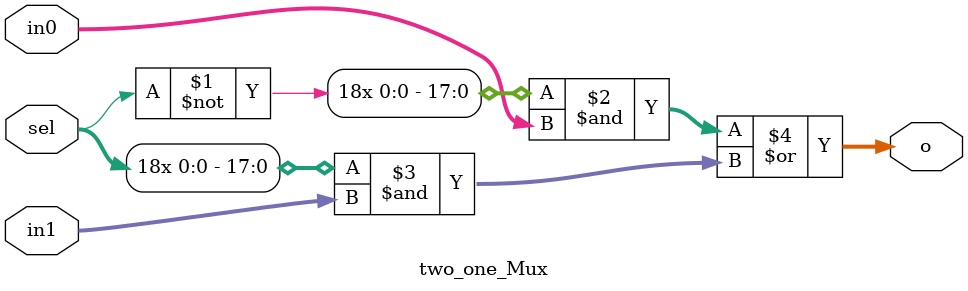
<source format=v>
`timescale 1ns / 1ps


module two_one_Mux(
    input [17:0] in0,
    input [17:0] in1,
    input sel,
    output [17:0] o
    );
    assign o =  ({18{~sel}} & in0 )| ({18{sel}} & in1);
endmodule

</source>
